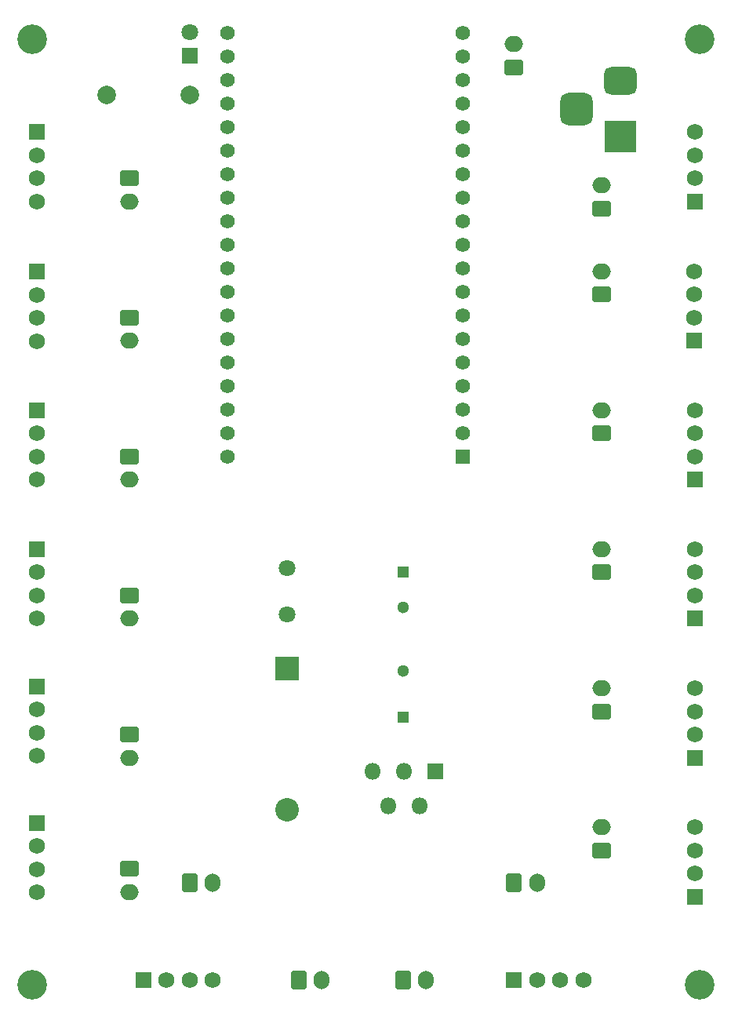
<source format=gbs>
G04 #@! TF.GenerationSoftware,KiCad,Pcbnew,(6.0.7)*
G04 #@! TF.CreationDate,2023-05-03T18:52:43+01:00*
G04 #@! TF.ProjectId,beehive,62656568-6976-4652-9e6b-696361645f70,rev?*
G04 #@! TF.SameCoordinates,Original*
G04 #@! TF.FileFunction,Soldermask,Bot*
G04 #@! TF.FilePolarity,Negative*
%FSLAX46Y46*%
G04 Gerber Fmt 4.6, Leading zero omitted, Abs format (unit mm)*
G04 Created by KiCad (PCBNEW (6.0.7)) date 2023-05-03 18:52:43*
%MOMM*%
%LPD*%
G01*
G04 APERTURE LIST*
G04 Aperture macros list*
%AMRoundRect*
0 Rectangle with rounded corners*
0 $1 Rounding radius*
0 $2 $3 $4 $5 $6 $7 $8 $9 X,Y pos of 4 corners*
0 Add a 4 corners polygon primitive as box body*
4,1,4,$2,$3,$4,$5,$6,$7,$8,$9,$2,$3,0*
0 Add four circle primitives for the rounded corners*
1,1,$1+$1,$2,$3*
1,1,$1+$1,$4,$5*
1,1,$1+$1,$6,$7*
1,1,$1+$1,$8,$9*
0 Add four rect primitives between the rounded corners*
20,1,$1+$1,$2,$3,$4,$5,0*
20,1,$1+$1,$4,$5,$6,$7,0*
20,1,$1+$1,$6,$7,$8,$9,0*
20,1,$1+$1,$8,$9,$2,$3,0*%
G04 Aperture macros list end*
%ADD10C,3.200000*%
%ADD11R,1.750000X1.750000*%
%ADD12C,1.750000*%
%ADD13R,3.500000X3.500000*%
%ADD14RoundRect,0.750000X-1.000000X0.750000X-1.000000X-0.750000X1.000000X-0.750000X1.000000X0.750000X0*%
%ADD15RoundRect,0.875000X-0.875000X0.875000X-0.875000X-0.875000X0.875000X-0.875000X0.875000X0.875000X0*%
%ADD16C,1.800000*%
%ADD17R,1.300000X1.300000*%
%ADD18C,1.300000*%
%ADD19R,2.540000X2.540000*%
%ADD20C,2.540000*%
%ADD21RoundRect,0.250000X-0.600000X-0.750000X0.600000X-0.750000X0.600000X0.750000X-0.600000X0.750000X0*%
%ADD22O,1.700000X2.000000*%
%ADD23R,1.800000X1.800000*%
%ADD24O,1.800000X1.800000*%
%ADD25R,1.560000X1.560000*%
%ADD26C,1.560000*%
%ADD27C,2.000000*%
%ADD28RoundRect,0.250000X0.750000X-0.600000X0.750000X0.600000X-0.750000X0.600000X-0.750000X-0.600000X0*%
%ADD29O,2.000000X1.700000*%
%ADD30RoundRect,0.250000X-0.750000X0.600000X-0.750000X-0.600000X0.750000X-0.600000X0.750000X0.600000X0*%
G04 APERTURE END LIST*
D10*
X51000000Y-34500000D03*
D11*
X51500000Y-44500000D03*
D12*
X51500000Y-47000000D03*
X51500000Y-49500000D03*
X51500000Y-52000000D03*
D11*
X51500000Y-59550000D03*
D12*
X51500000Y-62050000D03*
X51500000Y-64550000D03*
X51500000Y-67050000D03*
D11*
X51500000Y-74500000D03*
D12*
X51500000Y-77000000D03*
X51500000Y-79500000D03*
X51500000Y-82000000D03*
D11*
X51500000Y-89500000D03*
D12*
X51500000Y-92000000D03*
X51500000Y-94500000D03*
X51500000Y-97000000D03*
D11*
X51500000Y-104300000D03*
D12*
X51500000Y-106800000D03*
X51500000Y-109300000D03*
X51500000Y-111800000D03*
D11*
X63000000Y-136000000D03*
D12*
X65500000Y-136000000D03*
X68000000Y-136000000D03*
X70500000Y-136000000D03*
D11*
X122500000Y-82000000D03*
D12*
X122500000Y-79500000D03*
X122500000Y-77000000D03*
X122500000Y-74500000D03*
D11*
X122500000Y-97000000D03*
D12*
X122500000Y-94500000D03*
X122500000Y-92000000D03*
X122500000Y-89500000D03*
D11*
X122500000Y-127000000D03*
D12*
X122500000Y-124500000D03*
X122500000Y-122000000D03*
X122500000Y-119500000D03*
D11*
X103000000Y-136000000D03*
D12*
X105500000Y-136000000D03*
X108000000Y-136000000D03*
X110500000Y-136000000D03*
D11*
X122500000Y-112000000D03*
D12*
X122500000Y-109500000D03*
X122500000Y-107000000D03*
X122500000Y-104500000D03*
D11*
X122500000Y-52000000D03*
D12*
X122500000Y-49500000D03*
X122500000Y-47000000D03*
X122500000Y-44500000D03*
D11*
X122475000Y-67000000D03*
D12*
X122475000Y-64500000D03*
X122475000Y-62000000D03*
X122475000Y-59500000D03*
D11*
X51525000Y-119050000D03*
D12*
X51525000Y-121550000D03*
X51525000Y-124050000D03*
X51525000Y-126550000D03*
D13*
X114457500Y-45000000D03*
D14*
X114457500Y-39000000D03*
D15*
X109757500Y-42000000D03*
D16*
X78500000Y-96500000D03*
X78500000Y-91500000D03*
D17*
X91000000Y-107621220D03*
D18*
X91000000Y-102621220D03*
D17*
X91000000Y-92000000D03*
D18*
X91000000Y-95800000D03*
D19*
X78500000Y-102380000D03*
D20*
X78500000Y-117620000D03*
D21*
X91000000Y-136000000D03*
D22*
X93500000Y-136000000D03*
D21*
X79750000Y-136000000D03*
D22*
X82250000Y-136000000D03*
D23*
X94500000Y-113471220D03*
D24*
X92800000Y-117171220D03*
X91100000Y-113471220D03*
X89400000Y-117171220D03*
X87700000Y-113471220D03*
D25*
X97500000Y-79500000D03*
D26*
X97500000Y-76960000D03*
X97500000Y-74420000D03*
X97500000Y-71880000D03*
X97500000Y-69340000D03*
X97500000Y-66800000D03*
X97500000Y-64260000D03*
X97500000Y-61720000D03*
X97500000Y-59180000D03*
X97500000Y-56640000D03*
X97500000Y-54100000D03*
X97500000Y-51560000D03*
X97500000Y-49020000D03*
X97500000Y-46480000D03*
X97500000Y-43940000D03*
X97500000Y-41400000D03*
X97500000Y-38860000D03*
X97500000Y-36320000D03*
X97500000Y-33780000D03*
X72100000Y-79500000D03*
X72100000Y-76960000D03*
X72100000Y-74420000D03*
X72100000Y-71880000D03*
X72100000Y-69340000D03*
X72100000Y-66800000D03*
X72100000Y-64260000D03*
X72100000Y-61720000D03*
X72100000Y-59180000D03*
X72100000Y-56640000D03*
X72100000Y-54100000D03*
X72100000Y-51560000D03*
X72100000Y-49020000D03*
X72100000Y-46480000D03*
X72100000Y-43940000D03*
X72100000Y-41400000D03*
X72100000Y-38860000D03*
X72100000Y-36320000D03*
X72100000Y-33780000D03*
D23*
X68000000Y-36275000D03*
D16*
X68000000Y-33735000D03*
D27*
X68000000Y-40500000D03*
X59000000Y-40500000D03*
D28*
X112475000Y-92000000D03*
D29*
X112475000Y-89500000D03*
D30*
X61500000Y-64500000D03*
D29*
X61500000Y-67000000D03*
D30*
X61500000Y-94500000D03*
D29*
X61500000Y-97000000D03*
D28*
X112500000Y-77000000D03*
D29*
X112500000Y-74500000D03*
D21*
X103000000Y-125500000D03*
D22*
X105500000Y-125500000D03*
D28*
X112500000Y-122000000D03*
D29*
X112500000Y-119500000D03*
D10*
X51000000Y-136500000D03*
X123000000Y-136500000D03*
D28*
X112475000Y-62000000D03*
D29*
X112475000Y-59500000D03*
D30*
X61500000Y-49500000D03*
D29*
X61500000Y-52000000D03*
D28*
X112500000Y-52750000D03*
D29*
X112500000Y-50250000D03*
D10*
X123000000Y-34500000D03*
D28*
X103000000Y-37500000D03*
D29*
X103000000Y-35000000D03*
D30*
X61500000Y-79500000D03*
D29*
X61500000Y-82000000D03*
D21*
X68000000Y-125500000D03*
D22*
X70500000Y-125500000D03*
D28*
X112500000Y-107000000D03*
D29*
X112500000Y-104500000D03*
D30*
X61500000Y-124000000D03*
D29*
X61500000Y-126500000D03*
D30*
X61500000Y-109500000D03*
D29*
X61500000Y-112000000D03*
M02*

</source>
